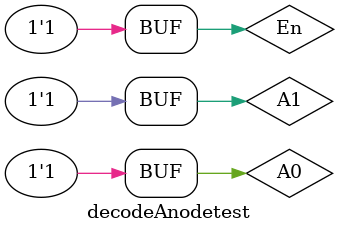
<source format=v>
`timescale 1ns / 1ps


module decodeAnodetest;

	// Inputs
	reg En;
	reg A0;
	reg A1;

	// Outputs
	wire [3:0] Y;

	// Instantiate the Unit Under Test (UUT)
	decodeAnode uut (
		.En(En), 
		.A0(A0), 
		.A1(A1), 
		.Y(Y)
	);

	initial begin
		// Initialize Inputs
		En = 0;
		A0 = 0;
		A1 = 0;

		// Wait 100 ns for global reset to finish
		#100;
        
		// Add stimulus here

		A0 = 1;
		#100;
		A0 = 0;
		A1 = 1;
		#100;
		A0 = 1;
		#100;
		En = 1;
		A0 = 0;
		A1 = 0;
		#100;
		A0 = 1;
		#100;
		A0 = 0;
		A1 = 1;
		#100;
		A0 = 1;
		#100;

	end
      
endmodule


</source>
